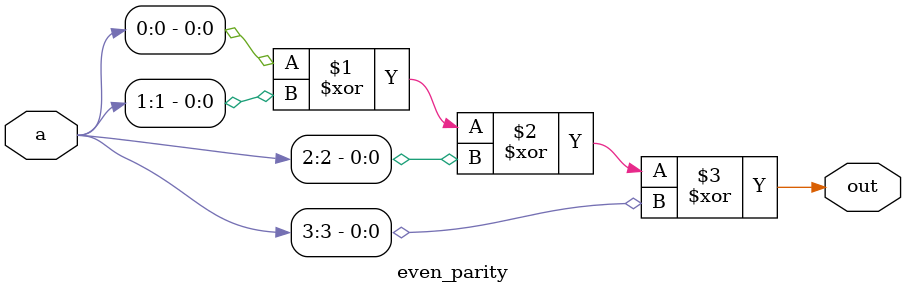
<source format=v>
module even_parity(input [3:0]a, output out);
     assign out =(a[0]^a[1]^a[2]^a[3]);
endmodule
</source>
